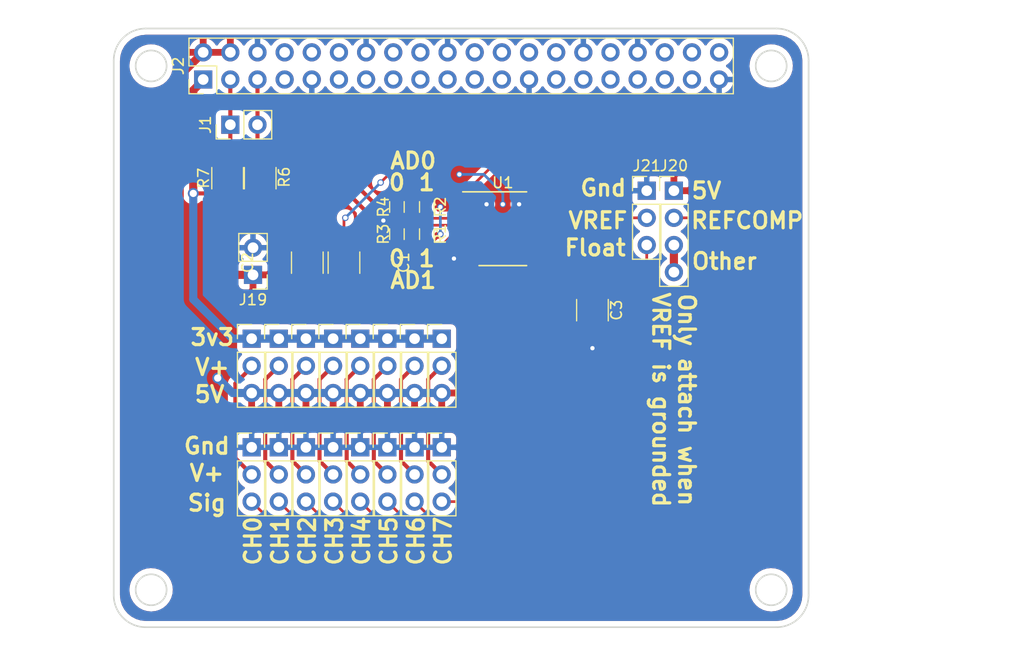
<source format=kicad_pcb>
(kicad_pcb (version 4) (host pcbnew 4.0.6)
  (layers (0 F.Cu signal) (31 B.Cu signal) (34 B.Paste user) (35 F.Paste user) (36 B.SilkS user) (37 F.SilkS user) (38 B.Mask user) (39 F.Mask user) (44 Edge.Cuts user))
  (net 0 "")
  (net 1 /SDA)
  (net 2 /SCL)
  (net 3 +3V3)
  (net 4 +5V)
  (net 5 GND)
  (net 6 "Net-(J11-Pad2)")
  (net 7 "Net-(J12-Pad2)")
  (net 8 "Net-(J13-Pad2)")
  (net 9 "Net-(J14-Pad2)")
  (net 10 "Net-(J15-Pad2)")
  (net 11 "Net-(J16-Pad2)")
  (net 12 "Net-(J17-Pad2)")
  (net 13 "Net-(J10-Pad2)")
  (net 14 /A0)
  (net 15 /A1)
  (net 16 /A2)
  (net 17 /A3)
  (net 18 /A4)
  (net 19 /A5)
  (net 20 /A6)
  (net 21 /A7)
  (net 22 "Net-(R1-Pad2)")
  (net 23 "Net-(R2-Pad2)")
  (net 24 "Net-(C1-Pad1)")
  (net 25 "Net-(C3-Pad1)")
  (net 26 "Net-(J21-Pad2)")
  (net 27 "Net-(J20-Pad3)")
  (module Housings_SSOP:TSSOP-20_4.4x6.5mm_Pitch0.65mm (layer F.Cu) (at 136.398 93.726)
    (fp_text reference U1 (at 0 -4.3) (layer F.SilkS))
    (fp_text value LTC2309_TSSOP hide)
    (pad 1 smd rect (at -2.95 -2.925) (size 1.45 0.45) (layers F.Cu F.Paste F.Mask) (net 24 "Net-(C1-Pad1)"))
    (pad 2 smd rect (at -2.95 -2.275) (size 1.45 0.45) (layers F.Cu F.Paste F.Mask) (net 5 GND))
    (pad 3 smd rect (at -2.95 -1.625) (size 1.45 0.45) (layers F.Cu F.Paste F.Mask) (net 4 +5V))
    (pad 4 smd rect (at -2.95 -0.975) (size 1.45 0.45) (layers F.Cu F.Paste F.Mask) (net 23 "Net-(R2-Pad2)"))
    (pad 5 smd rect (at -2.95 -0.325) (size 1.45 0.45) (layers F.Cu F.Paste F.Mask) (net 22 "Net-(R1-Pad2)"))
    (pad 6 smd rect (at -2.95 0.325) (size 1.45 0.45) (layers F.Cu F.Paste F.Mask) (net 2 /SCL))
    (pad 7 smd rect (at -2.95 0.975) (size 1.45 0.45) (layers F.Cu F.Paste F.Mask) (net 1 /SDA))
    (pad 8 smd rect (at -2.95 1.625) (size 1.45 0.45) (layers F.Cu F.Paste F.Mask) (net 5 GND))
    (pad 9 smd rect (at -2.95 2.275) (size 1.45 0.45) (layers F.Cu F.Paste F.Mask) (net 5 GND))
    (pad 10 smd rect (at -2.95 2.925) (size 1.45 0.45) (layers F.Cu F.Paste F.Mask) (net 4 +5V))
    (pad 11 smd rect (at 2.95 2.925) (size 1.45 0.45) (layers F.Cu F.Paste F.Mask) (net 14 /A0))
    (pad 12 smd rect (at 2.95 2.275) (size 1.45 0.45) (layers F.Cu F.Paste F.Mask) (net 15 /A1))
    (pad 13 smd rect (at 2.95 1.625) (size 1.45 0.45) (layers F.Cu F.Paste F.Mask) (net 16 /A2))
    (pad 14 smd rect (at 2.95 0.975) (size 1.45 0.45) (layers F.Cu F.Paste F.Mask) (net 17 /A3))
    (pad 15 smd rect (at 2.95 0.325) (size 1.45 0.45) (layers F.Cu F.Paste F.Mask) (net 18 /A4))
    (pad 16 smd rect (at 2.95 -0.325) (size 1.45 0.45) (layers F.Cu F.Paste F.Mask) (net 19 /A5))
    (pad 17 smd rect (at 2.95 -0.975) (size 1.45 0.45) (layers F.Cu F.Paste F.Mask) (net 20 /A6))
    (pad 18 smd rect (at 2.95 -1.625) (size 1.45 0.45) (layers F.Cu F.Paste F.Mask) (net 21 /A7))
    (pad 19 smd rect (at 2.95 -2.275) (size 1.45 0.45) (layers F.Cu F.Paste F.Mask) (net 5 GND))
    (pad 20 smd rect (at 2.95 -2.925) (size 1.45 0.45) (layers F.Cu F.Paste F.Mask) (net 26 "Net-(J21-Pad2)"))
  )
  (module Pin_Headers:Pin_Header_Straight_1x02_Pitch2.54mm (layer F.Cu) (at 110.91 84 90)
    (fp_text reference J1 (at 0 -2.33 90) (layer F.SilkS))
    (fp_text value CONN_01X02 hide)
    (pad 1 thru_hole rect (at 0 0 90) (size 1.7 1.7) (drill 1) (layers *.Cu *.Mask) (net 1 /SDA))
    (pad 2 thru_hole oval (at 0 2.54 90) (size 1.7 1.7) (drill 1) (layers *.Cu *.Mask) (net 2 /SCL))
  )
  (module Pin_Headers:Pin_Header_Straight_2x20_Pitch2.54mm (layer F.Cu) (at 108.37 79.77 90)
    (fp_text reference J2 (at 1.27 -2.33 90) (layer F.SilkS))
    (fp_text value CONN_02X20 hide)
    (pad 1 thru_hole rect (at 0 0 90) (size 1.7 1.7) (drill 1) (layers *.Cu *.Mask) (net 3 +3V3))
    (pad 2 thru_hole oval (at 2.54 0 90) (size 1.7 1.7) (drill 1) (layers *.Cu *.Mask) (net 4 +5V))
    (pad 3 thru_hole oval (at 0 2.54 90) (size 1.7 1.7) (drill 1) (layers *.Cu *.Mask) (net 1 /SDA))
    (pad 4 thru_hole oval (at 2.54 2.54 90) (size 1.7 1.7) (drill 1) (layers *.Cu *.Mask) (net 4 +5V))
    (pad 5 thru_hole oval (at 0 5.08 90) (size 1.7 1.7) (drill 1) (layers *.Cu *.Mask) (net 2 /SCL))
    (pad 6 thru_hole oval (at 2.54 5.08 90) (size 1.7 1.7) (drill 1) (layers *.Cu *.Mask) (net 5 GND))
    (pad 7 thru_hole oval (at 0 7.62 90) (size 1.7 1.7) (drill 1) (layers *.Cu *.Mask))
    (pad 8 thru_hole oval (at 2.54 7.62 90) (size 1.7 1.7) (drill 1) (layers *.Cu *.Mask))
    (pad 9 thru_hole oval (at 0 10.16 90) (size 1.7 1.7) (drill 1) (layers *.Cu *.Mask) (net 5 GND))
    (pad 10 thru_hole oval (at 2.54 10.16 90) (size 1.7 1.7) (drill 1) (layers *.Cu *.Mask))
    (pad 11 thru_hole oval (at 0 12.7 90) (size 1.7 1.7) (drill 1) (layers *.Cu *.Mask))
    (pad 12 thru_hole oval (at 2.54 12.7 90) (size 1.7 1.7) (drill 1) (layers *.Cu *.Mask))
    (pad 13 thru_hole oval (at 0 15.24 90) (size 1.7 1.7) (drill 1) (layers *.Cu *.Mask))
    (pad 14 thru_hole oval (at 2.54 15.24 90) (size 1.7 1.7) (drill 1) (layers *.Cu *.Mask) (net 5 GND))
    (pad 15 thru_hole oval (at 0 17.78 90) (size 1.7 1.7) (drill 1) (layers *.Cu *.Mask))
    (pad 16 thru_hole oval (at 2.54 17.78 90) (size 1.7 1.7) (drill 1) (layers *.Cu *.Mask))
    (pad 17 thru_hole oval (at 0 20.32 90) (size 1.7 1.7) (drill 1) (layers *.Cu *.Mask) (net 3 +3V3))
    (pad 18 thru_hole oval (at 2.54 20.32 90) (size 1.7 1.7) (drill 1) (layers *.Cu *.Mask))
    (pad 19 thru_hole oval (at 0 22.86 90) (size 1.7 1.7) (drill 1) (layers *.Cu *.Mask))
    (pad 20 thru_hole oval (at 2.54 22.86 90) (size 1.7 1.7) (drill 1) (layers *.Cu *.Mask) (net 5 GND))
    (pad 21 thru_hole oval (at 0 25.4 90) (size 1.7 1.7) (drill 1) (layers *.Cu *.Mask))
    (pad 22 thru_hole oval (at 2.54 25.4 90) (size 1.7 1.7) (drill 1) (layers *.Cu *.Mask))
    (pad 23 thru_hole oval (at 0 27.94 90) (size 1.7 1.7) (drill 1) (layers *.Cu *.Mask))
    (pad 24 thru_hole oval (at 2.54 27.94 90) (size 1.7 1.7) (drill 1) (layers *.Cu *.Mask))
    (pad 25 thru_hole oval (at 0 30.48 90) (size 1.7 1.7) (drill 1) (layers *.Cu *.Mask) (net 5 GND))
    (pad 26 thru_hole oval (at 2.54 30.48 90) (size 1.7 1.7) (drill 1) (layers *.Cu *.Mask))
    (pad 27 thru_hole oval (at 0 33.02 90) (size 1.7 1.7) (drill 1) (layers *.Cu *.Mask))
    (pad 28 thru_hole oval (at 2.54 33.02 90) (size 1.7 1.7) (drill 1) (layers *.Cu *.Mask))
    (pad 29 thru_hole oval (at 0 35.56 90) (size 1.7 1.7) (drill 1) (layers *.Cu *.Mask))
    (pad 30 thru_hole oval (at 2.54 35.56 90) (size 1.7 1.7) (drill 1) (layers *.Cu *.Mask) (net 5 GND))
    (pad 31 thru_hole oval (at 0 38.1 90) (size 1.7 1.7) (drill 1) (layers *.Cu *.Mask))
    (pad 32 thru_hole oval (at 2.54 38.1 90) (size 1.7 1.7) (drill 1) (layers *.Cu *.Mask))
    (pad 33 thru_hole oval (at 0 40.64 90) (size 1.7 1.7) (drill 1) (layers *.Cu *.Mask))
    (pad 34 thru_hole oval (at 2.54 40.64 90) (size 1.7 1.7) (drill 1) (layers *.Cu *.Mask) (net 5 GND))
    (pad 35 thru_hole oval (at 0 43.18 90) (size 1.7 1.7) (drill 1) (layers *.Cu *.Mask))
    (pad 36 thru_hole oval (at 2.54 43.18 90) (size 1.7 1.7) (drill 1) (layers *.Cu *.Mask))
    (pad 37 thru_hole oval (at 0 45.72 90) (size 1.7 1.7) (drill 1) (layers *.Cu *.Mask))
    (pad 38 thru_hole oval (at 2.54 45.72 90) (size 1.7 1.7) (drill 1) (layers *.Cu *.Mask))
    (pad 39 thru_hole oval (at 0 48.26 90) (size 1.7 1.7) (drill 1) (layers *.Cu *.Mask) (net 5 GND))
    (pad 40 thru_hole oval (at 2.54 48.26 90) (size 1.7 1.7) (drill 1) (layers *.Cu *.Mask))
  )
  (module Capacitors_SMD:C_1210 (layer F.Cu) (at 121.539 96.901 270)
    (fp_text reference C1 (at 0 -5.588 270) (layer F.SilkS))
    (fp_text value "0.1 uF")
    (pad 1 smd rect (at -1.5 0 270) (size 1 2.5) (layers F.Cu F.Paste F.Mask) (net 24 "Net-(C1-Pad1)"))
    (pad 2 smd rect (at 1.5 0 270) (size 1 2.5) (layers F.Cu F.Paste F.Mask) (net 5 GND))
  )
  (module Capacitors_SMD:C_1210 (layer F.Cu) (at 118.11 96.901 270)
    (fp_text reference C2 (at 0 5.588 270) (layer F.SilkS))
    (fp_text value "10 uF")
    (pad 1 smd rect (at -1.5 0 270) (size 1 2.5) (layers F.Cu F.Paste F.Mask) (net 24 "Net-(C1-Pad1)"))
    (pad 2 smd rect (at 1.5 0 270) (size 1 2.5) (layers F.Cu F.Paste F.Mask) (net 5 GND))
  )
  (module Pin_Headers:Pin_Header_Straight_1x03_Pitch2.54mm (layer F.Cu) (at 112.903 104.013)
    (fp_text reference J3 hide)
    (fp_text value CONN_01X03 hide)
    (pad 1 thru_hole rect (at 0 0) (size 1.7 1.7) (drill 1) (layers *.Cu *.Mask) (net 3 +3V3))
    (pad 2 thru_hole oval (at 0 2.54) (size 1.7 1.7) (drill 1) (layers *.Cu *.Mask) (net 6 "Net-(J11-Pad2)"))
    (pad 3 thru_hole oval (at 0 5.08) (size 1.7 1.7) (drill 1) (layers *.Cu *.Mask) (net 4 +5V))
  )
  (module Pin_Headers:Pin_Header_Straight_1x03_Pitch2.54mm (layer F.Cu) (at 115.443 104.013)
    (fp_text reference J4 hide)
    (fp_text value CONN_01X03 hide)
    (pad 1 thru_hole rect (at 0 0) (size 1.7 1.7) (drill 1) (layers *.Cu *.Mask) (net 3 +3V3))
    (pad 2 thru_hole oval (at 0 2.54) (size 1.7 1.7) (drill 1) (layers *.Cu *.Mask) (net 7 "Net-(J12-Pad2)"))
    (pad 3 thru_hole oval (at 0 5.08) (size 1.7 1.7) (drill 1) (layers *.Cu *.Mask) (net 4 +5V))
  )
  (module Pin_Headers:Pin_Header_Straight_1x03_Pitch2.54mm (layer F.Cu) (at 117.983 104.013)
    (fp_text reference J5 hide)
    (fp_text value CONN_01X03 hide)
    (pad 1 thru_hole rect (at 0 0) (size 1.7 1.7) (drill 1) (layers *.Cu *.Mask) (net 3 +3V3))
    (pad 2 thru_hole oval (at 0 2.54) (size 1.7 1.7) (drill 1) (layers *.Cu *.Mask) (net 8 "Net-(J13-Pad2)"))
    (pad 3 thru_hole oval (at 0 5.08) (size 1.7 1.7) (drill 1) (layers *.Cu *.Mask) (net 4 +5V))
  )
  (module Pin_Headers:Pin_Header_Straight_1x03_Pitch2.54mm (layer F.Cu) (at 120.523 104.013)
    (fp_text reference J6 hide)
    (fp_text value CONN_01X03 hide)
    (pad 1 thru_hole rect (at 0 0) (size 1.7 1.7) (drill 1) (layers *.Cu *.Mask) (net 3 +3V3))
    (pad 2 thru_hole oval (at 0 2.54) (size 1.7 1.7) (drill 1) (layers *.Cu *.Mask) (net 9 "Net-(J14-Pad2)"))
    (pad 3 thru_hole oval (at 0 5.08) (size 1.7 1.7) (drill 1) (layers *.Cu *.Mask) (net 4 +5V))
  )
  (module Pin_Headers:Pin_Header_Straight_1x03_Pitch2.54mm (layer F.Cu) (at 123.063 104.013)
    (fp_text reference J7 hide)
    (fp_text value CONN_01X03 hide)
    (pad 1 thru_hole rect (at 0 0) (size 1.7 1.7) (drill 1) (layers *.Cu *.Mask) (net 3 +3V3))
    (pad 2 thru_hole oval (at 0 2.54) (size 1.7 1.7) (drill 1) (layers *.Cu *.Mask) (net 10 "Net-(J15-Pad2)"))
    (pad 3 thru_hole oval (at 0 5.08) (size 1.7 1.7) (drill 1) (layers *.Cu *.Mask) (net 4 +5V))
  )
  (module Pin_Headers:Pin_Header_Straight_1x03_Pitch2.54mm (layer F.Cu) (at 125.603 104.013)
    (fp_text reference J8 hide)
    (fp_text value CONN_01X03 hide)
    (pad 1 thru_hole rect (at 0 0) (size 1.7 1.7) (drill 1) (layers *.Cu *.Mask) (net 3 +3V3))
    (pad 2 thru_hole oval (at 0 2.54) (size 1.7 1.7) (drill 1) (layers *.Cu *.Mask) (net 11 "Net-(J16-Pad2)"))
    (pad 3 thru_hole oval (at 0 5.08) (size 1.7 1.7) (drill 1) (layers *.Cu *.Mask) (net 4 +5V))
  )
  (module Pin_Headers:Pin_Header_Straight_1x03_Pitch2.54mm (layer F.Cu) (at 128.143 104.013)
    (fp_text reference J9 hide)
    (fp_text value CONN_01X03 hide)
    (pad 1 thru_hole rect (at 0 0) (size 1.7 1.7) (drill 1) (layers *.Cu *.Mask) (net 3 +3V3))
    (pad 2 thru_hole oval (at 0 2.54) (size 1.7 1.7) (drill 1) (layers *.Cu *.Mask) (net 12 "Net-(J17-Pad2)"))
    (pad 3 thru_hole oval (at 0 5.08) (size 1.7 1.7) (drill 1) (layers *.Cu *.Mask) (net 4 +5V))
  )
  (module Pin_Headers:Pin_Header_Straight_1x03_Pitch2.54mm (layer F.Cu) (at 130.683 104.013)
    (fp_text reference J10 hide)
    (fp_text value CONN_01X03 hide)
    (pad 1 thru_hole rect (at 0 0) (size 1.7 1.7) (drill 1) (layers *.Cu *.Mask) (net 3 +3V3))
    (pad 2 thru_hole oval (at 0 2.54) (size 1.7 1.7) (drill 1) (layers *.Cu *.Mask) (net 13 "Net-(J10-Pad2)"))
    (pad 3 thru_hole oval (at 0 5.08) (size 1.7 1.7) (drill 1) (layers *.Cu *.Mask) (net 4 +5V))
  )
  (module Pin_Headers:Pin_Header_Straight_1x03_Pitch2.54mm (layer F.Cu) (at 112.903 114.173)
    (fp_text reference J11 hide)
    (fp_text value CONN_01X03 hide)
    (pad 1 thru_hole rect (at 0 0) (size 1.7 1.7) (drill 1) (layers *.Cu *.Mask) (net 5 GND))
    (pad 2 thru_hole oval (at 0 2.54) (size 1.7 1.7) (drill 1) (layers *.Cu *.Mask) (net 6 "Net-(J11-Pad2)"))
    (pad 3 thru_hole oval (at 0 5.08) (size 1.7 1.7) (drill 1) (layers *.Cu *.Mask) (net 14 /A0))
  )
  (module Pin_Headers:Pin_Header_Straight_1x03_Pitch2.54mm (layer F.Cu) (at 115.443 114.173)
    (fp_text reference J12 hide)
    (fp_text value CONN_01X03 hide)
    (pad 1 thru_hole rect (at 0 0) (size 1.7 1.7) (drill 1) (layers *.Cu *.Mask) (net 5 GND))
    (pad 2 thru_hole oval (at 0 2.54) (size 1.7 1.7) (drill 1) (layers *.Cu *.Mask) (net 7 "Net-(J12-Pad2)"))
    (pad 3 thru_hole oval (at 0 5.08) (size 1.7 1.7) (drill 1) (layers *.Cu *.Mask) (net 15 /A1))
  )
  (module Pin_Headers:Pin_Header_Straight_1x03_Pitch2.54mm (layer F.Cu) (at 117.983 114.173)
    (fp_text reference J13 hide)
    (fp_text value CONN_01X03 hide)
    (pad 1 thru_hole rect (at 0 0) (size 1.7 1.7) (drill 1) (layers *.Cu *.Mask) (net 5 GND))
    (pad 2 thru_hole oval (at 0 2.54) (size 1.7 1.7) (drill 1) (layers *.Cu *.Mask) (net 8 "Net-(J13-Pad2)"))
    (pad 3 thru_hole oval (at 0 5.08) (size 1.7 1.7) (drill 1) (layers *.Cu *.Mask) (net 16 /A2))
  )
  (module Pin_Headers:Pin_Header_Straight_1x03_Pitch2.54mm (layer F.Cu) (at 120.523 114.173)
    (fp_text reference J14 hide)
    (fp_text value CONN_01X03 hide)
    (pad 1 thru_hole rect (at 0 0) (size 1.7 1.7) (drill 1) (layers *.Cu *.Mask) (net 5 GND))
    (pad 2 thru_hole oval (at 0 2.54) (size 1.7 1.7) (drill 1) (layers *.Cu *.Mask) (net 9 "Net-(J14-Pad2)"))
    (pad 3 thru_hole oval (at 0 5.08) (size 1.7 1.7) (drill 1) (layers *.Cu *.Mask) (net 17 /A3))
  )
  (module Pin_Headers:Pin_Header_Straight_1x03_Pitch2.54mm (layer F.Cu) (at 123.063 114.173)
    (fp_text reference J15 hide)
    (fp_text value CONN_01X03 hide)
    (pad 1 thru_hole rect (at 0 0) (size 1.7 1.7) (drill 1) (layers *.Cu *.Mask) (net 5 GND))
    (pad 2 thru_hole oval (at 0 2.54) (size 1.7 1.7) (drill 1) (layers *.Cu *.Mask) (net 10 "Net-(J15-Pad2)"))
    (pad 3 thru_hole oval (at 0 5.08) (size 1.7 1.7) (drill 1) (layers *.Cu *.Mask) (net 18 /A4))
  )
  (module Pin_Headers:Pin_Header_Straight_1x03_Pitch2.54mm (layer F.Cu) (at 125.603 114.173)
    (fp_text reference J16 hide)
    (fp_text value CONN_01X03 hide)
    (pad 1 thru_hole rect (at 0 0) (size 1.7 1.7) (drill 1) (layers *.Cu *.Mask) (net 5 GND))
    (pad 2 thru_hole oval (at 0 2.54) (size 1.7 1.7) (drill 1) (layers *.Cu *.Mask) (net 11 "Net-(J16-Pad2)"))
    (pad 3 thru_hole oval (at 0 5.08) (size 1.7 1.7) (drill 1) (layers *.Cu *.Mask) (net 19 /A5))
  )
  (module Pin_Headers:Pin_Header_Straight_1x03_Pitch2.54mm (layer F.Cu) (at 128.143 114.173)
    (fp_text reference J17 hide)
    (fp_text value CONN_01X03 hide)
    (pad 1 thru_hole rect (at 0 0) (size 1.7 1.7) (drill 1) (layers *.Cu *.Mask) (net 5 GND))
    (pad 2 thru_hole oval (at 0 2.54) (size 1.7 1.7) (drill 1) (layers *.Cu *.Mask) (net 12 "Net-(J17-Pad2)"))
    (pad 3 thru_hole oval (at 0 5.08) (size 1.7 1.7) (drill 1) (layers *.Cu *.Mask) (net 20 /A6))
  )
  (module Pin_Headers:Pin_Header_Straight_1x03_Pitch2.54mm (layer F.Cu) (at 130.683 114.173)
    (fp_text reference J18 hide)
    (fp_text value CONN_01X03 hide)
    (pad 1 thru_hole rect (at 0 0) (size 1.7 1.7) (drill 1) (layers *.Cu *.Mask) (net 5 GND))
    (pad 2 thru_hole oval (at 0 2.54) (size 1.7 1.7) (drill 1) (layers *.Cu *.Mask) (net 13 "Net-(J10-Pad2)"))
    (pad 3 thru_hole oval (at 0 5.08) (size 1.7 1.7) (drill 1) (layers *.Cu *.Mask) (net 21 /A7))
  )
  (module Resistors_SMD:R_1210 (layer F.Cu) (at 113.704 89 90)
    (fp_text reference R6 (at 0.1 2.247 90) (layer F.SilkS))
    (fp_text value 2.2K)
    (pad 1 smd rect (at -1.45 0 90) (size 0.9 2.5) (layers F.Cu F.Paste F.Mask) (net 3 +3V3))
    (pad 2 smd rect (at 1.45 0 90) (size 0.9 2.5) (layers F.Cu F.Paste F.Mask) (net 2 /SCL))
  )
  (module Resistors_SMD:R_1210 (layer F.Cu) (at 110.656 89 90)
    (fp_text reference R7 (at 0 -2.25 90) (layer F.SilkS))
    (fp_text value 2.2K)
    (pad 1 smd rect (at -1.45 0 90) (size 0.9 2.5) (layers F.Cu F.Paste F.Mask) (net 3 +3V3))
    (pad 2 smd rect (at 1.45 0 90) (size 0.9 2.5) (layers F.Cu F.Paste F.Mask) (net 1 /SDA))
  )
  (module Pin_Headers:Pin_Header_Straight_1x02_Pitch2.54mm (layer F.Cu) (at 113.03 98.044 180)
    (fp_text reference J19 (at 0 -2.33 180) (layer F.SilkS))
    (fp_text value CONN_01X02 hide)
    (pad 1 thru_hole rect (at 0 0 180) (size 1.7 1.7) (drill 1) (layers *.Cu *.Mask) (net 4 +5V))
    (pad 2 thru_hole oval (at 0 2.54 180) (size 1.7 1.7) (drill 1) (layers *.Cu *.Mask) (net 5 GND))
  )
  (module Resistors_SMD:R_0603 (layer F.Cu) (at 129.286 94.234 90)
    (fp_text reference R1 (at 0 1.27 90) (layer F.SilkS))
    (fp_text value 0)
    (pad 1 smd rect (at -0.75 0 90) (size 0.5 0.9) (layers F.Cu F.Paste F.Mask) (net 4 +5V))
    (pad 2 smd rect (at 0.75 0 90) (size 0.5 0.9) (layers F.Cu F.Paste F.Mask) (net 22 "Net-(R1-Pad2)"))
  )
  (module Resistors_SMD:R_0603 (layer F.Cu) (at 129.286 91.694 270)
    (fp_text reference R2 (at 0 -1.27 270) (layer F.SilkS))
    (fp_text value 0)
    (pad 1 smd rect (at -0.75 0 270) (size 0.5 0.9) (layers F.Cu F.Paste F.Mask) (net 4 +5V))
    (pad 2 smd rect (at 0.75 0 270) (size 0.5 0.9) (layers F.Cu F.Paste F.Mask) (net 23 "Net-(R2-Pad2)"))
  )
  (module Resistors_SMD:R_0603 (layer F.Cu) (at 126.492 94.234 90)
    (fp_text reference R3 (at 0 -1.27 90) (layer F.SilkS))
    (fp_text value 0)
    (pad 1 smd rect (at -0.75 0 90) (size 0.5 0.9) (layers F.Cu F.Paste F.Mask) (net 5 GND))
    (pad 2 smd rect (at 0.75 0 90) (size 0.5 0.9) (layers F.Cu F.Paste F.Mask) (net 22 "Net-(R1-Pad2)"))
  )
  (module Resistors_SMD:R_0603 (layer F.Cu) (at 126.492 91.694 270)
    (fp_text reference R4 (at 0 1.27 270) (layer F.SilkS))
    (fp_text value 0)
    (pad 1 smd rect (at -0.75 0 270) (size 0.5 0.9) (layers F.Cu F.Paste F.Mask) (net 5 GND))
    (pad 2 smd rect (at 0.75 0 270) (size 0.5 0.9) (layers F.Cu F.Paste F.Mask) (net 23 "Net-(R2-Pad2)"))
  )
  (module Capacitors_SMD:C_1210 (layer F.Cu) (at 144.78 101.346 270)
    (fp_text reference C3 (at 0 -2.25 270) (layer F.SilkS))
    (fp_text value "2.2 uF")
    (pad 1 smd rect (at -1.5 0 270) (size 1 2.5) (layers F.Cu F.Paste F.Mask) (net 25 "Net-(C3-Pad1)"))
    (pad 2 smd rect (at 1.5 0 270) (size 1 2.5) (layers F.Cu F.Paste F.Mask) (net 5 GND))
  )
  (module Pin_Headers:Pin_Header_Straight_1x04_Pitch2.54mm (layer F.Cu) (at 152.4 90.17)
    (fp_text reference J20 (at 0 -2.33) (layer F.SilkS))
    (fp_text value CONN_01X04_MALE hide)
    (pad 1 thru_hole rect (at 0 0) (size 1.7 1.7) (drill 1) (layers *.Cu *.Mask) (net 4 +5V))
    (pad 2 thru_hole oval (at 0 2.54) (size 1.7 1.7) (drill 1) (layers *.Cu *.Mask) (net 24 "Net-(C1-Pad1)"))
    (pad 3 thru_hole oval (at 0 5.08) (size 1.7 1.7) (drill 1) (layers *.Cu *.Mask) (net 27 "Net-(J20-Pad3)"))
    (pad 4 thru_hole oval (at 0 7.62) (size 1.7 1.7) (drill 1) (layers *.Cu *.Mask) (net 27 "Net-(J20-Pad3)"))
  )
  (module Pin_Headers:Pin_Header_Straight_1x03_Pitch2.54mm (layer F.Cu) (at 149.86 90.17)
    (fp_text reference J21 (at 0 -2.33) (layer F.SilkS))
    (fp_text value CONN_01X03_MALE hide)
    (pad 1 thru_hole rect (at 0 0) (size 1.7 1.7) (drill 1) (layers *.Cu *.Mask) (net 5 GND))
    (pad 2 thru_hole oval (at 0 2.54) (size 1.7 1.7) (drill 1) (layers *.Cu *.Mask) (net 26 "Net-(J21-Pad2)"))
    (pad 3 thru_hole oval (at 0 5.08) (size 1.7 1.7) (drill 1) (layers *.Cu *.Mask) (net 25 "Net-(C3-Pad1)"))
  )
  (gr_text "Only attach when\nVREF is grounded" (at 152.4 109.728 270) (layer F.SilkS) (effects (font (size 1.5 1.5) (thickness 0.3))))
  (gr_text Other (at 153.924 96.774) (layer F.SilkS) (effects (font (size 1.5 1.5) (thickness 0.3)) (justify left)))
  (gr_text "5V\n" (at 155.448 90.17) (layer F.SilkS) (effects (font (size 1.5 1.5) (thickness 0.3))))
  (gr_text "REFCOMP\n" (at 159.258 92.964) (layer F.SilkS) (effects (font (size 1.5 1.5) (thickness 0.3))))
  (gr_text "Gnd\n" (at 145.796 89.916) (layer F.SilkS) (effects (font (size 1.5 1.5) (thickness 0.3))))
  (gr_text Float (at 145.034 95.504) (layer F.SilkS) (effects (font (size 1.5 1.5) (thickness 0.3))))
  (gr_text VREF (at 145.288 92.964) (layer F.SilkS) (effects (font (size 1.5 1.5) (thickness 0.3))))
  (gr_text 5V (at 108.966 109.22) (layer F.SilkS) (effects (font (size 1.5 1.5) (thickness 0.3))))
  (gr_text 3v3 (at 109.22 103.886) (layer F.SilkS) (effects (font (size 1.5 1.5) (thickness 0.3))))
  (gr_text V+ (at 109.22 106.68) (layer F.SilkS) (effects (font (size 1.5 1.5) (thickness 0.3))))
  (gr_text Sig (at 108.712 119.38) (layer F.SilkS) (effects (font (size 1.5 1.5) (thickness 0.3))))
  (gr_text V+ (at 108.712 116.586) (layer F.SilkS) (effects (font (size 1.5 1.5) (thickness 0.3))))
  (gr_text Gnd (at 108.712 114.046) (layer F.SilkS) (effects (font (size 1.5 1.5) (thickness 0.3))))
  (gr_text CH7 (at 130.81 122.936 90) (layer F.SilkS) (effects (font (size 1.5 1.5) (thickness 0.3))))
  (gr_text CH6 (at 128.27 122.936 90) (layer F.SilkS) (effects (font (size 1.5 1.5) (thickness 0.3))))
  (gr_text CH5 (at 125.73 122.936 90) (layer F.SilkS) (effects (font (size 1.5 1.5) (thickness 0.3))))
  (gr_text CH4 (at 123.19 122.936 90) (layer F.SilkS) (effects (font (size 1.5 1.5) (thickness 0.3))))
  (gr_text CH3 (at 120.65 122.936 90) (layer F.SilkS) (effects (font (size 1.5 1.5) (thickness 0.3))))
  (gr_text CH2 (at 118.11 122.936 90) (layer F.SilkS) (effects (font (size 1.5 1.5) (thickness 0.3))))
  (gr_text "CH1\n" (at 115.57 122.936 90) (layer F.SilkS) (effects (font (size 1.5 1.5) (thickness 0.3))))
  (gr_text CH0 (at 113.03 122.936 90) (layer F.SilkS) (effects (font (size 1.5 1.5) (thickness 0.3))))
  (gr_text 1 (at 129.286 89.408) (layer F.SilkS) (effects (font (size 1.5 1.5) (thickness 0.3))))
  (gr_text 0 (at 126.492 89.408) (layer F.SilkS) (effects (font (size 1.5 1.5) (thickness 0.3))))
  (gr_text 1 (at 129.286 96.52) (layer F.SilkS) (effects (font (size 1.5 1.5) (thickness 0.3))))
  (gr_text 0 (at 126.492 96.52) (layer F.SilkS) (effects (font (size 1.5 1.5) (thickness 0.3))))
  (gr_text AD1 (at 128.016 98.552) (layer F.SilkS) (effects (font (size 1.5 1.5) (thickness 0.3))))
  (gr_text AD0 (at 128.016 87.376) (layer F.SilkS) (effects (font (size 1.5 1.5) (thickness 0.3))))
  (gr_circle (center 103.5 127.5) (end 103.5 128.95) (layer Edge.Cuts) (width 0.15))
  (gr_circle (center 161.5 127.5) (end 161.5 128.95) (layer Edge.Cuts) (width 0.15))
  (gr_circle (center 161.5 78.5) (end 161.5 77.05) (layer Edge.Cuts) (width 0.15))
  (gr_circle (center 103.5 78.5) (end 103.5 77.05) (layer Edge.Cuts) (width 0.15))
  (gr_arc (start 103 128) (end 103 131) (angle 90) (layer Edge.Cuts) (width 0.15))
  (gr_arc (start 162 128) (end 165 128) (angle 90) (layer Edge.Cuts) (width 0.15))
  (gr_arc (start 162 78) (end 162 75) (angle 90) (layer Edge.Cuts) (width 0.15))
  (gr_arc (start 103 78) (end 100 78) (angle 90) (layer Edge.Cuts) (width 0.15))
  (gr_line (start 165 78) (end 165 128) (angle 90) (layer Edge.Cuts) (width 0.15))
  (gr_line (start 100 78) (end 100 128) (angle 90) (layer Edge.Cuts) (width 0.15))
  (gr_line (start 103 131) (end 162 131) (angle 90) (layer Edge.Cuts) (width 0.15))
  (gr_line (start 103 75) (end 162 75) (angle 90) (layer Edge.Cuts) (width 0.15))
  (segment (start 123.444 94.742) (end 123.444 91.948) (width 0.381) (layer F.Cu) (net 1))
  (segment (start 110.656 88.05) (end 111.506 88.9) (width 0.381) (layer F.Cu) (net 1))
  (segment (start 111.506 88.9) (end 120.396 88.9) (width 0.381) (layer F.Cu) (net 1))
  (segment (start 123.444 94.742) (end 125.476 96.774) (width 0.381) (layer F.Cu) (net 1))
  (segment (start 125.476 96.774) (end 130.302 96.774) (width 0.381) (layer F.Cu) (net 1))
  (segment (start 130.302 96.774) (end 132.375 94.701) (width 0.381) (layer F.Cu) (net 1))
  (segment (start 133.448 94.701) (end 132.375 94.701) (width 0.381) (layer F.Cu) (net 1))
  (segment (start 110.656 88.05) (end 110.656 87.55) (width 0.381) (layer F.Cu) (net 1))
  (segment (start 123.444 91.948) (end 120.396 88.9) (width 0.381) (layer F.Cu) (net 1))
  (segment (start 110.91 79.77) (end 110.91 84) (width 0.381) (layer F.Cu) (net 1))
  (segment (start 110.91 84) (end 110.91 87.65) (width 0.381) (layer F.Cu) (net 1))
  (segment (start 124.206 94.488) (end 124.206 91.186) (width 0.381) (layer F.Cu) (net 2))
  (segment (start 124.206 94.488) (end 125.73 96.012) (width 0.381) (layer F.Cu) (net 2))
  (segment (start 125.73 96.012) (end 130.048 96.012) (width 0.381) (layer F.Cu) (net 2))
  (segment (start 130.048 96.012) (end 132.009 94.051) (width 0.381) (layer F.Cu) (net 2))
  (segment (start 133.448 94.051) (end 132.009 94.051) (width 0.381) (layer F.Cu) (net 2))
  (segment (start 120.57 87.55) (end 113.704 87.55) (width 0.381) (layer F.Cu) (net 2))
  (segment (start 124.206 91.186) (end 120.57 87.55) (width 0.381) (layer F.Cu) (net 2))
  (segment (start 113.45 79.77) (end 113.45 84) (width 0.381) (layer F.Cu) (net 2))
  (segment (start 113.45 84) (end 113.45 87.65) (width 0.381) (layer F.Cu) (net 2))
  (segment (start 107.442 90.424) (end 110.63 90.424) (width 0.381) (layer F.Cu) (net 3))
  (segment (start 110.63 90.424) (end 110.656 90.45) (width 0.762) (layer F.Cu) (net 3))
  (segment (start 110.656 90.45) (end 113.704 90.45) (width 0.381) (layer F.Cu) (net 3))
  (segment (start 108.37 79.77) (end 108.37 79.844) (width 0.762) (layer F.Cu) (net 3))
  (segment (start 108.37 79.844) (end 107.442 80.772) (width 0.762) (layer F.Cu) (net 3))
  (segment (start 107.442 80.772) (end 107.442 90.424) (width 0.762) (layer F.Cu) (net 3))
  (via (at 107.442 90.424) (size 1.016) (drill 0.67818) (layers F.Cu B.Cu) (net 3))
  (segment (start 107.442 90.424) (end 107.442 100.33) (width 0.762) (layer B.Cu) (net 3))
  (segment (start 107.442 100.33) (end 108.37 101.258) (width 0.762) (layer B.Cu) (net 3))
  (segment (start 111.125 104.013) (end 112.903 104.013) (width 0.762) (layer B.Cu) (net 3))
  (segment (start 108.37 101.258) (end 111.125 104.013) (width 0.762) (layer B.Cu) (net 3))
  (segment (start 112.903 104.013) (end 115.443 104.013) (width 0.762) (layer B.Cu) (net 3))
  (segment (start 115.443 104.013) (end 117.983 104.013) (width 0.762) (layer B.Cu) (net 3))
  (segment (start 117.983 104.013) (end 120.523 104.013) (width 0.762) (layer B.Cu) (net 3))
  (segment (start 120.523 104.013) (end 123.063 104.013) (width 0.762) (layer B.Cu) (net 3))
  (segment (start 123.063 104.013) (end 125.603 104.013) (width 0.762) (layer B.Cu) (net 3))
  (segment (start 125.603 104.013) (end 128.143 104.013) (width 0.762) (layer B.Cu) (net 3))
  (segment (start 128.143 104.013) (end 130.683 104.013) (width 0.762) (layer B.Cu) (net 3))
  (segment (start 112.903 109.093) (end 111.125 109.093) (width 0.762) (layer B.Cu) (net 4))
  (via (at 109.728 107.696) (size 1.016) (drill 0.67818) (layers F.Cu B.Cu) (net 4))
  (segment (start 111.125 109.093) (end 109.728 107.696) (width 0.762) (layer B.Cu) (net 4))
  (segment (start 133.448 96.651) (end 133.448 98.2) (width 0.254) (layer F.Cu) (net 4))
  (segment (start 133.448 98.2) (end 133.096 98.552) (width 0.254) (layer F.Cu) (net 4))
  (segment (start 133.448 92.101) (end 135.737 92.101) (width 0.254) (layer F.Cu) (net 4))
  (via (at 132.334 88.646) (size 0.6) (drill 0.4) (layers F.Cu B.Cu) (net 4))
  (segment (start 134.62 88.646) (end 132.334 88.646) (width 0.254) (layer B.Cu) (net 4))
  (segment (start 136.398 90.424) (end 134.62 88.646) (width 0.254) (layer B.Cu) (net 4))
  (segment (start 136.398 91.44) (end 136.398 90.424) (width 0.254) (layer B.Cu) (net 4))
  (via (at 136.398 91.44) (size 0.6) (drill 0.4) (layers F.Cu B.Cu) (net 4))
  (segment (start 135.737 92.101) (end 136.398 91.44) (width 0.254) (layer F.Cu) (net 4))
  (segment (start 113.387 98.401) (end 113.03 98.044) (width 0.25) (layer F.Cu) (net 4))
  (segment (start 112.903 109.093) (end 115.443 109.093) (width 0.762) (layer B.Cu) (net 4))
  (segment (start 115.443 109.093) (end 117.983 109.093) (width 0.762) (layer B.Cu) (net 4))
  (segment (start 117.983 109.093) (end 120.523 109.093) (width 0.762) (layer B.Cu) (net 4))
  (segment (start 120.523 109.093) (end 123.063 109.093) (width 0.762) (layer B.Cu) (net 4))
  (segment (start 123.063 109.093) (end 125.603 109.093) (width 0.762) (layer B.Cu) (net 4))
  (segment (start 125.603 109.093) (end 128.143 109.093) (width 0.762) (layer B.Cu) (net 4))
  (segment (start 128.143 109.093) (end 130.683 109.093) (width 0.762) (layer B.Cu) (net 4))
  (segment (start 130.556 91.694) (end 130.556 94.234) (width 0.254) (layer B.Cu) (net 4))
  (via (at 130.556 91.694) (size 0.6) (drill 0.4) (layers F.Cu B.Cu) (net 4))
  (segment (start 129.806 90.944) (end 130.556 91.694) (width 0.254) (layer F.Cu) (net 4))
  (segment (start 129.286 90.944) (end 129.806 90.944) (width 0.254) (layer F.Cu) (net 4))
  (via (at 130.556 94.234) (size 0.6) (drill 0.4) (layers F.Cu B.Cu) (net 4))
  (segment (start 129.806 94.984) (end 130.556 94.234) (width 0.254) (layer F.Cu) (net 4))
  (segment (start 129.806 94.984) (end 129.286 94.984) (width 0.254) (layer F.Cu) (net 4))
  (segment (start 106.172 96.012) (end 106.172 79.428) (width 0.762) (layer F.Cu) (net 4))
  (segment (start 108.37 77.23) (end 106.172 79.428) (width 0.762) (layer F.Cu) (net 4))
  (segment (start 108.204 98.044) (end 106.172 96.012) (width 0.762) (layer F.Cu) (net 4))
  (segment (start 108.204 98.044) (end 113.03 98.044) (width 0.762) (layer F.Cu) (net 4))
  (segment (start 113.03 98.044) (end 113.03 98.044) (width 0.25) (layer B.Cu) (net 4))
  (segment (start 108.37 77.23) (end 110.91 77.23) (width 0.25) (layer F.Cu) (net 4))
  (segment (start 118.11 98.401) (end 118.11 97.79) (width 0.25) (layer F.Cu) (net 5))
  (segment (start 114.808 95.504) (end 113.03 95.504) (width 0.25) (layer F.Cu) (net 5))
  (segment (start 116.078 96.774) (end 114.808 95.504) (width 0.25) (layer F.Cu) (net 5))
  (segment (start 117.094 96.774) (end 116.078 96.774) (width 0.25) (layer F.Cu) (net 5))
  (segment (start 118.11 97.79) (end 117.094 96.774) (width 0.25) (layer F.Cu) (net 5))
  (segment (start 144.78 102.846) (end 144.78 104.902) (width 0.254) (layer F.Cu) (net 5))
  (via (at 144.78 104.902) (size 0.6) (drill 0.4) (layers F.Cu B.Cu) (net 5))
  (segment (start 139.348 91.451) (end 137.933 91.451) (width 0.254) (layer F.Cu) (net 5))
  (via (at 137.922 91.44) (size 0.6) (drill 0.4) (layers F.Cu B.Cu) (net 5))
  (segment (start 137.933 91.451) (end 137.922 91.44) (width 0.254) (layer F.Cu) (net 5))
  (via (at 125.222 92.964) (size 0.6) (drill 0.4) (layers F.Cu B.Cu) (net 5))
  (segment (start 125.222 92.964) (end 125.222 91.694) (width 0.254) (layer F.Cu) (net 5))
  (segment (start 125.222 92.964) (end 125.222 94.234) (width 0.254) (layer F.Cu) (net 5))
  (segment (start 125.972 94.984) (end 125.222 94.234) (width 0.254) (layer F.Cu) (net 5))
  (segment (start 125.972 94.984) (end 126.492 94.984) (width 0.254) (layer F.Cu) (net 5))
  (segment (start 126.492 90.944) (end 125.972 90.944) (width 0.254) (layer F.Cu) (net 5))
  (segment (start 125.222 91.694) (end 125.972 90.944) (width 0.254) (layer F.Cu) (net 5))
  (segment (start 113.133 95.401) (end 113.03 95.504) (width 0.25) (layer F.Cu) (net 5))
  (segment (start 133.448 91.451) (end 134.863 91.451) (width 0.254) (layer F.Cu) (net 5))
  (via (at 134.874 91.44) (size 0.6) (drill 0.4) (layers F.Cu B.Cu) (net 5))
  (segment (start 134.863 91.451) (end 134.874 91.44) (width 0.254) (layer F.Cu) (net 5))
  (segment (start 133.448 95.351) (end 133.448 96.001) (width 0.254) (layer F.Cu) (net 5))
  (segment (start 133.448 96.001) (end 133.437 96.012) (width 0.254) (layer F.Cu) (net 5))
  (segment (start 133.437 96.012) (end 132.334 96.012) (width 0.254) (layer F.Cu) (net 5))
  (segment (start 132.334 96.012) (end 131.826 96.52) (width 0.254) (layer F.Cu) (net 5))
  (via (at 131.826 96.52) (size 0.6) (drill 0.4) (layers F.Cu B.Cu) (net 5))
  (segment (start 121.539 98.401) (end 119.888 98.401) (width 0.254) (layer F.Cu) (net 5))
  (segment (start 119.888 98.401) (end 118.11 98.401) (width 0.254) (layer F.Cu) (net 5))
  (segment (start 112.903 106.553) (end 112.903 106.68) (width 0.25) (layer F.Cu) (net 6))
  (segment (start 112.903 106.68) (end 111.379 108.204) (width 0.381) (layer F.Cu) (net 6))
  (segment (start 111.379 115.189) (end 112.903 116.713) (width 0.381) (layer F.Cu) (net 6))
  (segment (start 111.379 108.204) (end 111.379 115.189) (width 0.381) (layer F.Cu) (net 6))
  (segment (start 115.443 106.553) (end 114.173 107.823) (width 0.381) (layer F.Cu) (net 7))
  (segment (start 114.173 107.823) (end 114.173 110.998) (width 0.381) (layer F.Cu) (net 7))
  (segment (start 114.173 110.998) (end 114.173 115.443) (width 0.381) (layer F.Cu) (net 7))
  (segment (start 114.173 115.443) (end 115.443 116.713) (width 0.381) (layer F.Cu) (net 7))
  (segment (start 117.983 106.553) (end 116.713 107.823) (width 0.381) (layer F.Cu) (net 8))
  (segment (start 116.713 107.823) (end 116.713 115.443) (width 0.381) (layer F.Cu) (net 8))
  (segment (start 116.713 115.443) (end 117.983 116.713) (width 0.381) (layer F.Cu) (net 8))
  (segment (start 117.856 116.713) (end 117.983 116.713) (width 0.25) (layer F.Cu) (net 8))
  (segment (start 120.523 106.553) (end 119.253 107.823) (width 0.381) (layer F.Cu) (net 9))
  (segment (start 119.253 107.823) (end 119.253 115.443) (width 0.381) (layer F.Cu) (net 9))
  (segment (start 119.253 115.443) (end 120.523 116.713) (width 0.381) (layer F.Cu) (net 9))
  (segment (start 123.063 106.553) (end 121.793 107.823) (width 0.381) (layer F.Cu) (net 10))
  (segment (start 121.793 107.823) (end 121.793 115.443) (width 0.381) (layer F.Cu) (net 10))
  (segment (start 121.793 115.443) (end 123.063 116.713) (width 0.381) (layer F.Cu) (net 10))
  (segment (start 125.603 106.553) (end 124.333 107.823) (width 0.381) (layer F.Cu) (net 11))
  (segment (start 124.333 107.823) (end 124.333 115.443) (width 0.381) (layer F.Cu) (net 11))
  (segment (start 124.333 115.443) (end 125.603 116.713) (width 0.381) (layer F.Cu) (net 11))
  (segment (start 128.143 106.553) (end 126.873 107.823) (width 0.381) (layer F.Cu) (net 12))
  (segment (start 126.873 107.823) (end 126.873 115.443) (width 0.381) (layer F.Cu) (net 12))
  (segment (start 126.873 115.443) (end 128.143 116.713) (width 0.381) (layer F.Cu) (net 12))
  (segment (start 130.683 106.553) (end 129.413 107.823) (width 0.381) (layer F.Cu) (net 13))
  (segment (start 129.413 107.823) (end 129.413 115.443) (width 0.381) (layer F.Cu) (net 13))
  (segment (start 129.413 115.443) (end 130.683 116.713) (width 0.381) (layer F.Cu) (net 13))
  (segment (start 138.176 119.38) (end 137.16 120.396) (width 0.25) (layer F.Cu) (net 14))
  (segment (start 133.731 123.825) (end 137.16 120.396) (width 0.25) (layer F.Cu) (net 14))
  (segment (start 138.176 97.028) (end 138.176 119.38) (width 0.25) (layer F.Cu) (net 14))
  (segment (start 112.903 119.253) (end 117.475 123.825) (width 0.25) (layer F.Cu) (net 14))
  (segment (start 117.475 123.825) (end 133.731 123.825) (width 0.25) (layer F.Cu) (net 14))
  (segment (start 138.553 96.651) (end 139.348 96.651) (width 0.25) (layer F.Cu) (net 14))
  (segment (start 138.176 97.028) (end 138.553 96.651) (width 0.25) (layer F.Cu) (net 14))
  (segment (start 112.903 119.253) (end 112.903 119.253) (width 0.25) (layer F.Cu) (net 14))
  (segment (start 137.668 119.126) (end 136.652 120.142) (width 0.25) (layer F.Cu) (net 15))
  (segment (start 133.477 123.317) (end 136.652 120.142) (width 0.25) (layer F.Cu) (net 15))
  (segment (start 137.668 96.774) (end 137.668 119.126) (width 0.25) (layer F.Cu) (net 15))
  (segment (start 137.668 96.774) (end 138.441 96.001) (width 0.25) (layer F.Cu) (net 15))
  (segment (start 139.348 96.001) (end 138.441 96.001) (width 0.25) (layer F.Cu) (net 15))
  (segment (start 119.507 123.317) (end 115.443 119.253) (width 0.25) (layer F.Cu) (net 15))
  (segment (start 119.507 123.317) (end 133.477 123.317) (width 0.25) (layer F.Cu) (net 15))
  (segment (start 115.443 119.253) (end 115.443 119.253) (width 0.25) (layer F.Cu) (net 15))
  (segment (start 115.443 119.253) (end 115.443 119.761) (width 0.25) (layer F.Cu) (net 15))
  (segment (start 137.16 118.872) (end 136.144 119.888) (width 0.25) (layer F.Cu) (net 16))
  (segment (start 133.223 122.809) (end 136.144 119.888) (width 0.25) (layer F.Cu) (net 16))
  (segment (start 137.16 96.52) (end 137.16 118.872) (width 0.25) (layer F.Cu) (net 16))
  (segment (start 137.16 96.52) (end 138.329 95.351) (width 0.25) (layer F.Cu) (net 16))
  (segment (start 139.348 95.351) (end 138.329 95.351) (width 0.25) (layer F.Cu) (net 16))
  (segment (start 121.539 122.809) (end 133.223 122.809) (width 0.25) (layer F.Cu) (net 16))
  (segment (start 121.539 122.809) (end 117.983 119.253) (width 0.25) (layer F.Cu) (net 16))
  (segment (start 117.983 119.253) (end 117.983 119.253) (width 0.25) (layer F.Cu) (net 16))
  (segment (start 117.983 119.253) (end 117.983 120.015) (width 0.25) (layer F.Cu) (net 16))
  (segment (start 136.652 118.618) (end 135.636 119.634) (width 0.25) (layer F.Cu) (net 17))
  (segment (start 132.969 122.301) (end 135.636 119.634) (width 0.25) (layer F.Cu) (net 17))
  (segment (start 136.652 96.266) (end 136.652 118.618) (width 0.25) (layer F.Cu) (net 17))
  (segment (start 136.652 96.266) (end 138.217 94.701) (width 0.25) (layer F.Cu) (net 17))
  (segment (start 139.348 94.701) (end 138.217 94.701) (width 0.25) (layer F.Cu) (net 17))
  (segment (start 123.571 122.301) (end 132.969 122.301) (width 0.25) (layer F.Cu) (net 17))
  (segment (start 123.571 122.301) (end 120.523 119.253) (width 0.25) (layer F.Cu) (net 17))
  (segment (start 120.523 119.253) (end 120.523 119.253) (width 0.25) (layer F.Cu) (net 17))
  (segment (start 120.523 119.253) (end 120.523 119.634) (width 0.25) (layer F.Cu) (net 17))
  (segment (start 136.144 118.364) (end 135.128 119.38) (width 0.25) (layer F.Cu) (net 18))
  (segment (start 132.715 121.793) (end 135.128 119.38) (width 0.25) (layer F.Cu) (net 18))
  (segment (start 136.144 96.012) (end 136.144 118.364) (width 0.25) (layer F.Cu) (net 18))
  (segment (start 136.144 96.012) (end 138.105 94.051) (width 0.25) (layer F.Cu) (net 18))
  (segment (start 139.348 94.051) (end 138.105 94.051) (width 0.25) (layer F.Cu) (net 18))
  (segment (start 125.603 121.793) (end 132.715 121.793) (width 0.25) (layer F.Cu) (net 18))
  (segment (start 125.603 121.793) (end 123.063 119.253) (width 0.25) (layer F.Cu) (net 18))
  (segment (start 123.063 119.253) (end 123.063 119.253) (width 0.25) (layer F.Cu) (net 18))
  (segment (start 132.461 121.285) (end 134.62 119.126) (width 0.25) (layer F.Cu) (net 19))
  (segment (start 135.636 118.11) (end 134.62 119.126) (width 0.25) (layer F.Cu) (net 19))
  (segment (start 135.636 95.758) (end 135.636 118.11) (width 0.25) (layer F.Cu) (net 19))
  (segment (start 135.636 95.758) (end 137.993 93.401) (width 0.25) (layer F.Cu) (net 19))
  (segment (start 139.348 93.401) (end 137.993 93.401) (width 0.25) (layer F.Cu) (net 19))
  (segment (start 127.635 121.285) (end 125.603 119.253) (width 0.25) (layer F.Cu) (net 19))
  (segment (start 127.635 121.285) (end 132.461 121.285) (width 0.25) (layer F.Cu) (net 19))
  (segment (start 125.603 119.253) (end 125.603 119.253) (width 0.25) (layer F.Cu) (net 19))
  (segment (start 125.603 119.253) (end 125.603 119.888) (width 0.25) (layer B.Cu) (net 19))
  (segment (start 132.207 120.777) (end 134.112 118.872) (width 0.25) (layer F.Cu) (net 20))
  (segment (start 135.128 117.856) (end 134.112 118.872) (width 0.25) (layer F.Cu) (net 20))
  (segment (start 135.128 95.504) (end 135.128 117.856) (width 0.25) (layer F.Cu) (net 20))
  (segment (start 135.128 95.504) (end 137.881 92.751) (width 0.25) (layer F.Cu) (net 20))
  (segment (start 139.348 92.751) (end 137.881 92.751) (width 0.25) (layer F.Cu) (net 20))
  (segment (start 129.667 120.777) (end 128.143 119.253) (width 0.25) (layer F.Cu) (net 20))
  (segment (start 129.667 120.777) (end 132.207 120.777) (width 0.25) (layer F.Cu) (net 20))
  (segment (start 128.143 119.253) (end 128.143 119.253) (width 0.25) (layer F.Cu) (net 20))
  (segment (start 134.62 117.602) (end 133.604 118.618) (width 0.25) (layer F.Cu) (net 21))
  (segment (start 132.969 119.253) (end 133.604 118.618) (width 0.25) (layer F.Cu) (net 21))
  (segment (start 134.62 95.25) (end 134.62 117.602) (width 0.25) (layer F.Cu) (net 21))
  (segment (start 132.969 119.253) (end 130.683 119.253) (width 0.25) (layer F.Cu) (net 21))
  (segment (start 139.348 92.101) (end 137.769 92.101) (width 0.25) (layer F.Cu) (net 21))
  (segment (start 134.62 95.25) (end 137.769 92.101) (width 0.25) (layer F.Cu) (net 21))
  (segment (start 126.492 93.484) (end 129.286 93.484) (width 0.25) (layer F.Cu) (net 22))
  (segment (start 133.448 93.401) (end 129.369 93.401) (width 0.25) (layer F.Cu) (net 22))
  (segment (start 129.369 93.401) (end 129.286 93.484) (width 0.25) (layer F.Cu) (net 22))
  (segment (start 126.492 92.444) (end 129.286 92.444) (width 0.25) (layer F.Cu) (net 23))
  (segment (start 133.448 92.751) (end 129.593 92.751) (width 0.25) (layer F.Cu) (net 23))
  (segment (start 129.593 92.751) (end 129.286 92.444) (width 0.25) (layer F.Cu) (net 23))
  (segment (start 121.539 95.401) (end 118.11 95.401) (width 0.254) (layer F.Cu) (net 24))
  (segment (start 124.968 89.408) (end 121.666 92.71) (width 0.254) (layer B.Cu) (net 24))
  (segment (start 131.949 90.801) (end 129.54 88.392) (width 0.254) (layer F.Cu) (net 24))
  (segment (start 129.54 88.392) (end 125.984 88.392) (width 0.254) (layer F.Cu) (net 24))
  (segment (start 125.984 88.392) (end 124.968 89.408) (width 0.254) (layer F.Cu) (net 24))
  (via (at 124.968 89.408) (size 0.6) (drill 0.4) (layers F.Cu B.Cu) (net 24))
  (segment (start 133.448 90.801) (end 131.949 90.801) (width 0.254) (layer F.Cu) (net 24))
  (segment (start 121.539 92.837) (end 121.539 95.401) (width 0.254) (layer F.Cu) (net 24))
  (segment (start 121.666 92.71) (end 121.539 92.837) (width 0.254) (layer F.Cu) (net 24))
  (via (at 121.666 92.71) (size 0.6) (drill 0.4) (layers F.Cu B.Cu) (net 24))
  (segment (start 118.11 95.401) (end 118.261 95.25) (width 0.25) (layer F.Cu) (net 24))
  (segment (start 133.448 90.801) (end 133.448 89.818) (width 0.254) (layer F.Cu) (net 24))
  (segment (start 133.448 89.818) (end 135.382 87.884) (width 0.254) (layer F.Cu) (net 24))
  (segment (start 135.382 87.884) (end 153.924 87.884) (width 0.254) (layer F.Cu) (net 24))
  (segment (start 153.924 87.884) (end 154.686 88.646) (width 0.254) (layer F.Cu) (net 24))
  (segment (start 154.686 88.646) (end 154.686 91.948) (width 0.254) (layer F.Cu) (net 24))
  (segment (start 154.686 91.948) (end 153.924 92.71) (width 0.254) (layer F.Cu) (net 24))
  (segment (start 153.924 92.71) (end 152.4 92.71) (width 0.254) (layer F.Cu) (net 24))
  (segment (start 149.86 95.25) (end 149.86 97.79) (width 0.254) (layer F.Cu) (net 25))
  (segment (start 147.804 99.846) (end 144.78 99.846) (width 0.254) (layer F.Cu) (net 25))
  (segment (start 149.86 97.79) (end 147.804 99.846) (width 0.254) (layer F.Cu) (net 25))
  (segment (start 139.348 90.801) (end 141.601 90.801) (width 0.254) (layer F.Cu) (net 26))
  (segment (start 143.51 92.71) (end 149.86 92.71) (width 0.254) (layer F.Cu) (net 26))
  (segment (start 141.601 90.801) (end 143.51 92.71) (width 0.254) (layer F.Cu) (net 26))
  (segment (start 139.348 90.801) (end 139.225 90.678) (width 0.254) (layer F.Cu) (net 26))
  (segment (start 152.4 95.25) (end 152.4 97.79) (width 0.762) (layer F.Cu) (net 27))
  (zone (net 4) (net_name +5V) (layer F.Cu) (connect_pads (clearance 0.508)) (min_thickness 0.254) (fill yes (arc_segments 32) (thermal_gap 0.508) (thermal_bridge_width 0.635))
    (polygon (pts (xy 98.73 72.587) (xy 167.286 72.841) (xy 167.032 133.159) (xy 98.476 132.905)))
  )
  (zone (net 5) (net_name GND) (layer B.Cu) (connect_pads (clearance 0.508)) (min_thickness 0.254) (fill yes (arc_segments 32) (thermal_gap 0.508) (thermal_bridge_width 0.508))
    (polygon (pts (xy 98.476 133.921) (xy 168.048 133.921) (xy 167.286 72.333) (xy 97.714 72.333)))
  )
)
</source>
